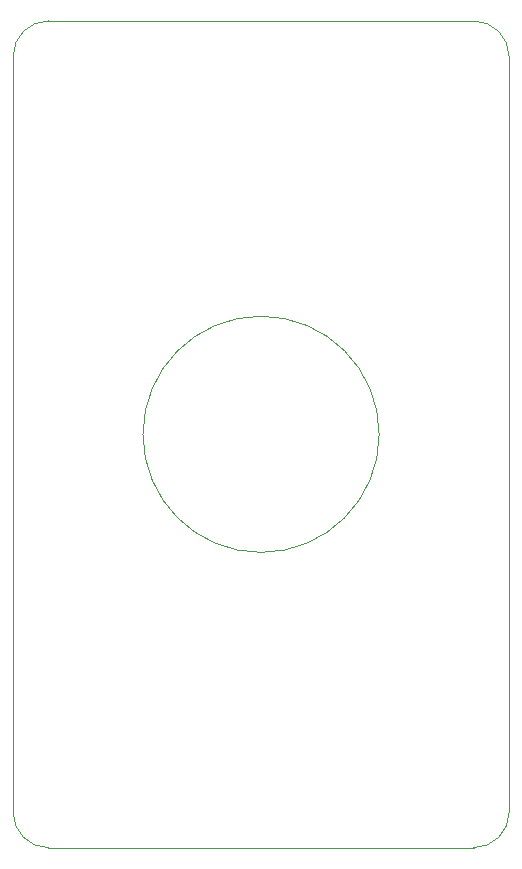
<source format=gbr>
%TF.GenerationSoftware,KiCad,Pcbnew,6.0.11+dfsg-1~bpo11+1*%
%TF.CreationDate,2024-02-01T17:53:30-05:00*%
%TF.ProjectId,POE,504f452e-6b69-4636-9164-5f7063625858,1.0.0*%
%TF.SameCoordinates,Original*%
%TF.FileFunction,Profile,NP*%
%FSLAX46Y46*%
G04 Gerber Fmt 4.6, Leading zero omitted, Abs format (unit mm)*
G04 Created by KiCad (PCBNEW 6.0.11+dfsg-1~bpo11+1) date 2024-02-01 17:53:30*
%MOMM*%
%LPD*%
G01*
G04 APERTURE LIST*
%TA.AperFunction,Profile*%
%ADD10C,0.100000*%
%TD*%
%TA.AperFunction,Profile*%
%ADD11C,0.050000*%
%TD*%
G04 APERTURE END LIST*
D10*
X121000000Y-68000000D02*
X121000000Y-132000000D01*
X79000000Y-132000000D02*
G75*
G03*
X82000000Y-135000000I3000000J0D01*
G01*
X82000000Y-65000000D02*
G75*
G03*
X79000000Y-68000000I0J-3000000D01*
G01*
X82000000Y-65000000D02*
X118000000Y-65000000D01*
X79000000Y-132000000D02*
X79000000Y-68000000D01*
D11*
X110000000Y-100000000D02*
G75*
G03*
X110000000Y-100000000I-10000000J0D01*
G01*
D10*
X121000000Y-68000000D02*
G75*
G03*
X118000000Y-65000000I-3000000J0D01*
G01*
X82000000Y-135000000D02*
X118000000Y-135000000D01*
X118000000Y-135000000D02*
G75*
G03*
X121000000Y-132000000I0J3000000D01*
G01*
M02*

</source>
